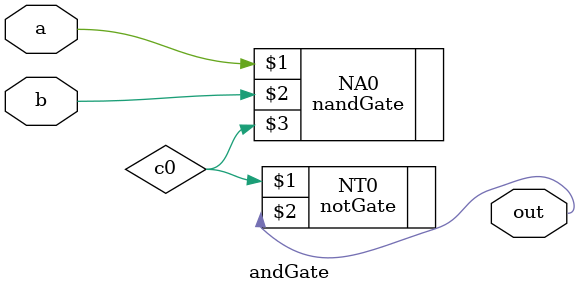
<source format=v>
module andGate(
    input a,
    input b,
    output out
    );
	 wire c0;
	 
	 nandGate NA0 (a, b, c0);
	 notGate NT0 (c0, out);
	 
endmodule

</source>
